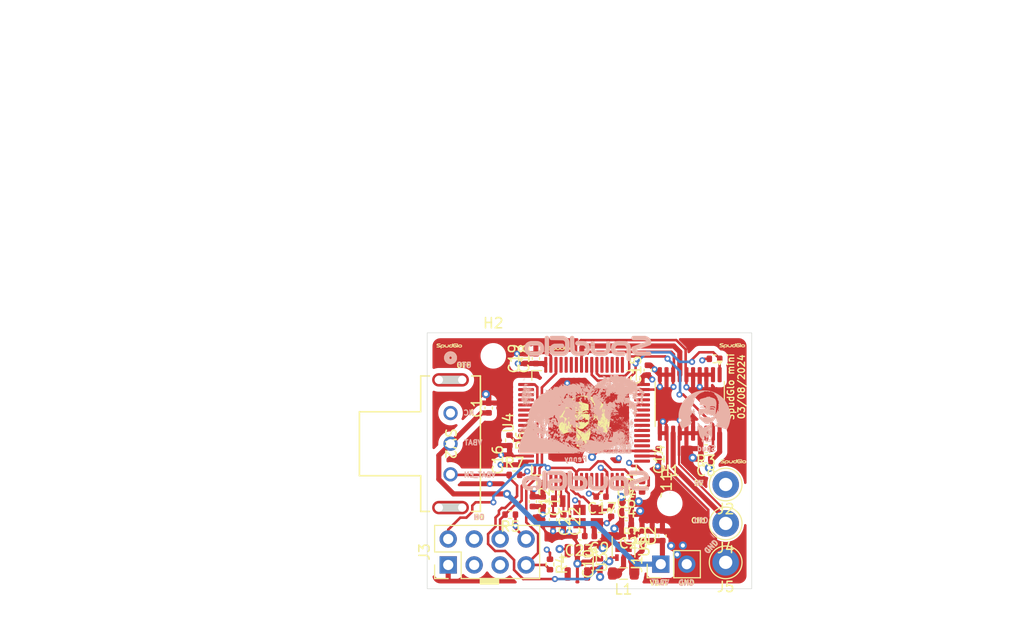
<source format=kicad_pcb>
(kicad_pcb (version 20240108) (generator "pcbnew") (generator_version "8.0")
  (layers (0 "F.Cu" signal) (1 "In1.Cu" power "GND") (2 "In2.Cu" power "PWR") (31 "B.Cu" signal) (34 "B.Paste" user) (35 "F.Paste" user) (36 "B.SilkS" user "B.Silkscreen") (37 "F.SilkS" user "F.Silkscreen") (38 "B.Mask" user) (39 "F.Mask" user) (44 "Edge.Cuts" user))
  (net 0 "")
  (net 1 "GND")
  (net 2 "/OSC48_LO")
  (net 3 "/OSC48_HI")
  (net 4 "/OSC32K_HI")
  (net 5 "/OSC32K_LO")
  (net 6 "+3V3")
  (net 7 "NRST")
  (net 8 "/BOOT0")
  (net 9 "/SWCLK")
  (net 10 "/SWDIO")
  (net 11 "/LVL_EN")
  (net 12 "/LVL_DIR")
  (net 13 "VBAT_EN")
  (net 14 "+5V")
  (net 16 "TIM1_CH1_SHIFT")
  (net 17 "TIM1_CH1")
  (net 60 "Net-(U1-IND)")
  (net 61 "VBAT")
  (net 62 "unconnected-(SW2-Pad1)")
  (footprint "LOGO" (layer "F.Cu") (at 193.128451 59.10577)
    (property "Reference" "G***" (hide yes))
    (property "Value" "LOGO" (hide yes))
  )
  (footprint "Capacitor_SMD:C_0402_1005Metric" (layer "F.Cu") (at 187.452 52.957799 90)
    (property "Reference" "C19")
    (property "Value" "1u")
  )
  (footprint "Capacitor_SMD:C_0402_1005Metric" (layer "F.Cu") (at 199.39 54.09 90)
    (property "Reference" "C15")
    (property "Value" "0.1u" (hide yes))
  )
  (footprint "Connector_PinHeader_2.54mm:PinHeader_1x02_P2.54mm_Vertical" (layer "F.Cu") (at 200.66 73.0758 90)
    (property "Reference" "J1")
    (property "Value" "Conn_01x02_Socket")
  )
  (footprint "Capacitor_SMD:C_0402_1005Metric" (layer "F.Cu") (at 197.3 68.19)
    (property "Reference" "C6")
    (property "Value" "10uF")
  )
  (footprint "Capacitor_SMD:C_0402_1005Metric" (layer "F.Cu") (at 192.74 70.33 180)
    (property "Reference" "C23")
    (property "Value" "6p")
  )
  (footprint "Connector_Pin:Pin_D1.3mm_L11.0mm" (layer "F.Cu") (at 207.01 65.278)
    (property "Reference" "J2")
    (property "Value" "Conn_01x01_Male")
  )
  (footprint "Capacitor_SMD:C_0402_1005Metric" (layer "F.Cu") (at 200.451399 62.2578 -90)
    (property "Reference" "C14")
    (property "Value" "0.1u")
  )
  (footprint "Capacitor_SMD:C_0402_1005Metric" (layer "F.Cu") (at 197.82 65.48 -90)
    (property "Reference" "C11")
    (property "Value" "0.1u")
  )
  (footprint "Resistor_SMD:R_0402_1005Metric" (layer "F.Cu") (at 189.8142 73.103199 -90)
    (property "Reference" "R4")
    (property "Value" "10k")
  )
  (footprint "Capacitor_SMD:C_0402_1005Metric" (layer "F.Cu") (at 185.8718 62.867399 90)
    (property "Reference" "C16")
    (property "Value" "0.1u")
  )
  (footprint "Resistor_SMD:R_0402_1005Metric" (layer "F.Cu") (at 186.3364 64.339599)
    (property "Reference" "R7")
    (property "Value" "100k")
  )
  (footprint "Capacitor_SMD:C_0402_1005Metric" (layer "F.Cu") (at 194.818 66.4718 180)
    (property "Reference" "C17")
    (property "Value" "4.7u")
  )
  (footprint "Resistor_SMD:R_0402_1005Metric" (layer "F.Cu") (at 205.919799 52.9844)
    (property "Reference" "R2" (hide yes))
    (property "Value" "10k")
  )
  (footprint "Capacitor_SMD:C_0402_1005Metric" (layer "F.Cu") (at 188.132401 66.951599 -90)
    (property "Reference" "C12")
    (property "Value" "0.1u")
  )
  (footprint "Package_QFP:LQFP-64_10x10mm_P0.5mm" (layer "F.Cu") (at 193.1524 59.2434 90)
    (property "Reference" "U4")
    (property "Value" "STM32L431RCTx")
  )
  (footprint "Connector_Pin:Pin_D1.3mm_L11.0mm" (layer "F.Cu") (at 207.01 69.088)
    (property "Reference" "J4")
    (property "Value" "Conn_01x01_Male")
  )
  (footprint "Capacitor_SMD:C_0402_1005Metric" (layer "F.Cu") (at 189.123001 66.956799 -90)
    (property "Reference" "C13")
    (property "Value" "0.1u")
  )
  (footprint "LOGO" (layer "F.Cu") (at 179.96 51.7)
    (property "Reference" "G***" (hide yes))
    (property "Value" "LOGO" (hide yes))
  )
  (footprint "Capacitor_SMD:C_0402_1005Metric" (layer "F.Cu") (at 194.7164 73.0276 90)
    (property "Reference" "C10")
    (property "Value" "1u")
  )
  (footprint "MountingHole:MountingHole_2mm" (layer "F.Cu") (at 201.54 67.13)
    (property "Reference" "H1")
    (property "Value" "MountingHole")
  )
  (footprint "Resistor_SMD:R_0402_1005Metric" (layer "F.Cu") (at 205.077601 61.7728 180)
    (property "Reference" "R3")
    (property "Value" "10k")
  )
  (footprint "Capacitor_SMD:C_0402_1005Metric" (layer "F.Cu") (at 197.3 67.21)
    (property "Reference" "C7")
    (property "Value" "4.7uF")
  )
  (footprint "Capacitor_SMD:C_0402_1005Metric" (layer "F.Cu") (at 183.82 57.79 90)
    (property "Reference" "C1")
    (property "Value" "4.7uF")
  )
  (footprint "Resistor_SMD:R_0402_1005Metric" (layer "F.Cu") (at 185.928 68.2244 180)
    (property "Reference" "R5")
    (property "Value" "10k")
  )
  (footprint "Resistor_SMD:R_0402_1005Metric" (layer "F.Cu") (at 198.83 65.499999 90)
    (property "Reference" "R9")
    (property "Value" "10k")
  )
  (footprint "Connector_Pin:Pin_D1.3mm_L11.0mm" (layer "F.Cu") (at 207.01 72.898)
    (property "Reference" "J5")
    (property "Value" "Conn_01x01_Male")
  )
  (footprint "Capacitor_SMD:C_0402_1005Metric" (layer "F.Cu") (at 205.0796 62.7888 180)
    (property "Reference" "C8")
    (property "Value" "0.1u")
  )
  (footprint "Capacitor_SMD:C_0402_1005Metric" (layer "F.Cu") (at 194.6376 70.3326 180)
    (property "Reference" "C9")
    (property "Value" "1u")
  )
  (footprint "Capacitor_SMD:C_0402_1005Metric" (layer "F.Cu") (at 198.83 70.3 90)
    (property "Reference" "C5")
    (property "Value" "4.7uF")
  )
  (footprint "Connector_PinHeader_2.54mm:PinHeader_2x04_P2.54mm_Vertical" (layer "F.Cu") (at 179.8574 73.152 90)
    (property "Reference" "J3")
    (property "Value" "Conn_01x08_Male")
  )
  (footprint "srw_custom:XTAL_ECS-480-8-36-RWN-TR" (layer "F.Cu") (at 193.5598 68.418599 180)
    (property "Reference" "U5" (hide yes))
    (property "Value" "ECS-480-8-36-RWN-TR")
  )
  (footprint "srw_custom:XTAL_ECS-.327-9-1210-TR" (layer "F.Cu") (at 190.627701 66.903399)
    (property "Reference" "U6" (hide yes))
    (property "Value" "ECS-.327-9-1210-TR")
  )
  (footprint "Capacitor_SMD:C_0402_1005Metric" (layer "F.Cu") (at 191.135701 68.729598 -90)
    (property "Reference" "C22")
    (property "Value" "8p")
  )
  (footprint "Resistor_SMD:R_0402_1005Metric" (layer "F.Cu") (at 185.8538 60.961399 -90)
    (property "Reference" "R6")
    (property "Value" "10k")
  )
  (footprint "LOGO" (layer "F.Cu") (at 207.65 51.68)
    (property "Reference" "G***" (hide yes))
    (property "Value" "LOGO" (hide yes))
  )
  (footprint "Package_TO_SOT_SMD:SOT-23-5" (layer "F.Cu") (at 192.5 72.8975 -90)
    (property "Reference" "U3")
    (property "Value" "LP5907MFX-3.3")
  )
  (footprint "Capacitor_SMD:C_0402_1005Metric" (layer "F.Cu") (at 190.119702 68.729599 -90)
    (property "Reference" "C21")
    (property "Value" "8p")
  )
  (footprint "srw_custom:EG1206A_EWI" (layer "F.Cu") (at 180.086 58.288601 -90)
    (property "Reference" "SW2")
    (property "Value" "EG1206A")
    (fp_line (start -3.250001 1.143) (end -3.250001 -1.143) (stroke (width 0.8128)) (layer "Edge.Cuts"))
    (fp_line (start 9.249999 1.143) (end 9.249999 -1.143) (stroke (width 0.8128)) (layer "Edge.Cuts"))
  )
  (footprint "Capacitor_SMD:C_0402_1005Metric" (layer "F.Cu") (at 199.82 70.3 90)
    (property "Reference" "C3")
    (property "Value" "4.7uF")
  )
  (footprint "Package_DFN_QFN:DFN-6-1EP_2x2mm_P0.65mm_EP1x1.6mm" (layer "F.Cu") (at 197.0157 71.3849 -90)
    (property "Reference" "U1")
    (property "Value" "~")
  )
  (footprint "LOGO" (layer "F.Cu") (at 190.84 51.95)
    (property "Reference" "G***" (hide yes))
    (property "Value" "LOGO" (hide yes))
  )
  (footprint "Capacitor_SMD:C_0402_1005Metric" (layer "F.Cu") (at 197.29 69.18)
    (property "Reference" "C4")
    (property "Value" "1uF")
  )
  (footprint "Package_SO:TSSOP-20_4.4x6.5mm_P0.65mm" (layer "F.Cu") (at 203.4938 57.3963 -90)
    (property "Reference" "U2" (hide yes))
    (property "Value" "SN74HCT245PW")
  )
  (footprint "Capacitor_SMD:C_0402_1005Metric" (layer "F.Cu") (at 195.8032 67.923599 -90)
    (property "Reference" "C20")
    (property "Value" "6p")
  )
  (footprint "Inductor_SMD:L_0805_2012Metric" (layer "F.Cu") (at 197.0024 73.9902 180)
    (property "Reference" "L1")
    (property "Value" "LQM21PN1R0MC0")
  )
  (footprint "Capacitor_SMD:C_0402_1005Metric" (layer "F.Cu") (at 188.44 52.960399 90)
    (property "Reference" "C18")
    (property "Value" "0.01u")
  )
  (footprint "LOGO" (layer "F.Cu") (at 207.760001 63.029999)
    (property "Reference" "G***" (hide yes))
    (property "Value" "LOGO" (hide yes))
  )
  (footprint "MountingHole:MountingHole_2mm" (layer "F.Cu") (at 184.27 52.69)
    (property "Reference" "H2")
    (property "Value" "MountingHole")
  )
  (footprint "Capacitor_SMD:C_0402_1005Metric" (layer "F.Cu") (at 200.819999 70.3 90)
    (property "Reference" "C2")
    (property "Value" "4.7uF")
  )
  (footprint "LOGO" (layer "B.Cu") (at 193.589077 51.802607 180)
    (property "Reference" "G***" (hide yes))
    (property "Value" "LOGO" (hide yes))
  )
  (footprint "LOGO" (layer "B.Cu") (at 193.1 58.38 180)
    (property "Reference" "G***" (hide yes))
    (property "Value" "LOGO" (hide yes))
  )
  (footprint "LOGO" (layer "B.Cu") (at 204.94 58.61 180)
    (property "Reference" "G***" (hide yes))
    (property "Value" "LOGO" (hide yes))
  )
  (footprint "LOGO" (layer "B.Cu") (at 193.36 64.99 180)
    (property "Reference" "G***" (hide yes))
    (property "Value" "LOGO" (hide yes))
  )
  (gr_rect (start 182.99 74.47) (end 184.8 75.03) (stroke (width 0.1)) (fill solid) (layer "F.SilkS"))
  (gr_rect (start 177.8 50.44) (end 209.56 75.48) (stroke (width 0.05)) (fill none) (layer "Edge.Cuts"))
  (gr_text "GND" (at 203.14 74.91 0) (layer "B.SilkS") (effects (font (size 0.5 0.5) (thickness 0.125)) (justify mirror)))
  (gr_text "VBAT_EN" (at 182.95 64.33 0) (layer "B.SilkS") (effects (font (size 0.5 0.5) (thickness 0.125)) (justify mirror)))
  (gr_text "5V" (at 204.39 65.16 -0) (layer "B.SilkS") (effects (font (size 0.5 0.5) (thickness 0.125)) (justify mirror)))
  (gr_text "VBAT" (at 182.31 61.18 0) (layer "B.SilkS") (effects (font (size 0.5 0.5) (thickness 0.125)) (justify mirror)))
  (gr_text "CH1" (at 204.55 68.79 0) (layer "B.SilkS") (effects (font (size 0.5 0.5) (thickness 0.125)) (justify mirror)))
  (gr_text "GND" (at 205.54 71.34 -135) (layer "B.SilkS") (effects (font (size 0.5 0.5) (thickness 0.125))))
  (gr_text "ON" (at 182.88 68.48 -0) (layer "B.SilkS") (effects (font (size 0.5 0.5) (thickness 0.125)) (justify mirror)))
  (gr_text "NC" (at 181.88 58.26 0) (layer "B.SilkS") (effects (font (size 0.5 0.5) (thickness 0.125)) (justify mirror)))
  (gr_text "OFF" (at 181.42 53.61 0) (layer "B.SilkS") (effects (font (size 0.5 0.5) (thickness 0.125)) (justify mirror)))
  (gr_text "Spud" (at 205.13 61.75 0) (layer "B.SilkS") (effects (font (size 0.5 0.5) (thickness 0.125)) (justify mirror)))
  (gr_text "Penny" (at 192.34 62.78 0) (layer "B.SilkS") (effects (font (size 0.5 0.5) (thickness 0.125)) (justify mirror)))
  (gr_text "VBAT" (at 200.61 74.86 0) (layer "B.SilkS") (effects (font (size 0.5 0.5) (thickness 0.125)) (justify mirror)))
  (gr_text "5V" (at 204.37 65.15 0) (layer "F.SilkS") (effects (font (size 0.5 0.5) (thickness 0.125))))
  (gr_text "VBAT" (at 200.46 74.9 0) (layer "F.SilkS") (effects (font (size 0.5 0.5) (thickness 0.125))))
  (gr_text "OFF" (at 181.39 53.6 0) (layer "F.SilkS") (effects (font (size 0.5 0.5) (thickness 0.125))))
  (gr_text "ON" (at 182.9 68.48 0) (layer "F.SilkS") (effects (font (size 0.5 0.5) (thickness 0.125))))
  (gr_text "GND" (at 203.19 74.88 0) (layer "F.SilkS") (effects (font (size 0.5 0.5) (thickness 0.125))))
  (gr_text "CH1" (at 204.4 68.8 0) (layer "F.SilkS") (effects (font (size 0.5 0.5) (thickness 0.125))))
  (gr_text "GND" (at 205.62 71.38 45) (layer "F.SilkS") (effects (font (size 0.5 0.5) (thickness 0.125))))
  (gr_text "SpudGlo mini\n03/08/2024" (at 208.03 55.72 90) (layer "F.SilkS") (effects (font (size 0.65 0.65) (thickness 0.125))))
  (segment (start 197.78 69.17) (end 197.77 69.18) (width 0.5) (layer "F.Cu") (net 1))
  (segment (start 204.567602 61.7728) (end 204.567602 60.357602) (width 0.5) (layer "F.Cu") (net 1))
  (segment (start 205.1188 60.2588) (end 204.4688 60.2588) (width 0.25) (layer "F.Cu") (net 1))
  (segment (start 206.05 70.426098) (end 206.05 71.938) (width 0.25) (layer "F.Cu") (net 1))
  (segment (start 204.4688 55.7288) (end 204.4688 54.5338) (width 0.25) (layer "F.Cu") (net 1))
  (segment (start 204.5996 62.7888) (end 203.9112 62.7888) (width 0.5) (layer "F.Cu") (net 1))
  (segment (start 201.669999 70.481734) (end 201.008265 69.82) (width 0.5) (layer "F.Cu") (net 1))
  (segment (start 185.8538 62.369399) (end 185.8718 62.387399) (width 0.25) (layer "F.Cu") (net 1))
  (segment (start 204.4688 60.2588) (end 203.8188 60.2588) (width 0.25) (layer "F.Cu") (net 1))
  (segment (start 201.8688 54.5338) (end 201.8688 53.6372) (width 0.25) (layer "F.Cu") (net 1))
  (segment (start 203.1688 55.7588) (end 203.1688 54.5338) (width 0.25) (layer "F.Cu") (net 1))
  (segment (start 205.307228 69.683326) (end 206.05 70.426098) (width 0.25) (layer "F.Cu") (net 1))
  (segment (start 205.7688 54.5338) (end 205.1188 54.5338) (width 0.25) (layer "F.Cu") (net 1))
  (segment (start 199.39 53.61) (end 199.645 53.61) (width 0.5) (layer "F.Cu") (net 1))
  (segment (start 188.4374 52.477799) (end 188.44 52.480399) (width 0.5) (layer "F.Cu") (net 1))
  (segment (start 201.713914 52.311486) (end 201.702428 52.3) (width 0.25) (layer "F.Cu") (net 1))
  (segment (start 192.709802 66.925199) (end 192.709802 67.768599) (width 0.2) (layer "F.Cu") (net 1))
  (segment (start 203.9112 62.7888) (end 203.7842 62.6618) (width 0.5) (layer "F.Cu") (net 1))
  (segment (start 198.64 67.87) (end 198.32 68.19) (width 0.5) (layer "F.Cu") (net 1))
  (segment (start 203.0938 52.065027) (end 203.0938 53.8226) (width 0.25) (layer "F.Cu") (net 1))
  (segment (start 202.5188 58.9996) (end 202.5188 60.2588) (width 0.25) (layer "F.Cu") (net 1))
  (segment (start 201.9438 52.9844) (end 201.9438 52.541372) (width 0.25) (layer "F.Cu") (net 1))
  (segment (start 190.119702 69.849799) (end 190.119701 69.209599) (width 0.2) (layer "F.Cu") (net 1))
  (segment (start 200.8632 59.1058) (end 201.2188 59.4614) (width 0.25) (layer "F.Cu") (net 1))
  (segment (start 202.4438 62.4078) (end 202.4438 63.305982) (width 0.2) (layer "F.Cu") (net 1))
  (segment (start 194.9024 64.9184) (end 194.9024 65.89591) (width 0.25) (layer "F.Cu") (net 1))
  (segment (start 200.35 63.51) (end 200.451399 63.408601) (width 0.25) (layer "F.Cu") (net 1))
  (segment (start 189.123001 67.4368) (end 188.1376 67.436799) (width 0.5) (layer "F.Cu") (net 1))
  (segment (start 197.77 69.32) (end 197.7157 69.3743) (width 0.5) (layer "F.Cu") (net 1))
  (segment (start 204.567602 60.357602) (end 204.4688 60.2588) (width 0.5) (layer "F.Cu") (net 1))
  (segment (start 192.5 73.025) (end 192.944815 73.025) (width 0.5) (layer "F.Cu") (net 1))
  (segment (start 201.669999 71.280195) (end 201.703194 71.247) (width 0.5) (layer "F.Cu") (net 1))
  (segment (start 192.842027 51.15) (end 202.178772 51.15) (width 0.25) (layer "F.Cu") (net 1))
  (segment (start 187.594665 63.999061) (end 187.254127 64.339599) (width 0.25) (layer "F.Cu") (net 1))
  (segment (start 185.8538 61.471398) (end 185.8538 62.369399) (width 0.25) (layer "F.Cu") (net 1))
  (segment (start 202.178772 51.15) (end 203.0938 52.065027) (width 0.25) (layer "F.Cu") (net 1))
  (segment (start 183.82 56.71) (end 183.82 57.31) (width 0.5) (layer "F.Cu") (net 1))
  (segment (start 198.641734 69.82) (end 198.126835 70.334899) (width 0.5) (layer "F.Cu") (net 1))
  (segment (start 198.83 69.82) (end 199.82 69.82) (width 0.5) (layer "F.Cu") (net 1))
  (segment (start 201.8688 54.5338) (end 201.2188 54.5338) (width 0.25) (layer "F.Cu") (net 1))
  (segment (start 195.370801 69.068599) (end 194.4098 69.068599) (width 0.25) (layer "F.Cu") (net 1))
  (segment (start 188.1376 67.436799) (end 188.132401 67.4316) (width 0.5) (layer "F.Cu") (net 1))
  (segment (start 191.68 69.92) (end 192.09 70.33) (width 0.25) (layer "F.Cu") (net 1))
  (segment (start 193.5134 52.3) (end 193.5134 52.4684) (width 0.25) (layer "F.Cu") (net 1))
  (segment (start 194.338 66.46031) (end 194.338 66.4718) (width 0.25) (layer "F.Cu") (net 1))
  (segment (start 201.008265 69.82) (end 200.819999 69.82) (width 0.5) (layer "F.Cu") (net 1))
  (segment (start 201.669999 71.280195) (end 201.669999 70.481734) (width 0.5) (layer "F.Cu") (net 1))
  (segment (start 185.0354 62.387399) (end 185.8718 62.387399) (width 0.25) (layer "F.Cu") (net 1))
  (segment (start 204.4688 54.5338) (end 205.1188 54.5338) (width 0.25) (layer "F.Cu") (net 1))
  (segment (start 193.6246 66.174114) (end 194.040314 66.174114) (width 0.25) (layer "F.Cu") (net 1))
  (segment (start 189.9024 53.5684) (end 189.9024 52.725635) (width 0.25) (layer "F.Cu") (net 1))
  (segment (start 201.2938 63.746972) (end 205.307228 67.7604) (width 0.25) (layer "F.Cu") (net 1))
  (segment (start 200.206999 62.4934) (end 198.8274 62.4934) (width 0.25) (layer "F.Cu") (net 1))
  (segment (start 185.9778 62.493401) (end 185.871799 62.3874) (width 0.25) (layer "F.Cu") (net 1))
  (segment (start 201.2938 60.3338) (end 201.2938 63.746972) (width 0.25) (layer "F.Cu") (net 1))
  (segment (start 188.5188 52.401599) (end 188.44 52.480399) (width 0.25) (layer "F.Cu") (net 1))
  (segment (start 195.370801 69.068599) (end 195.8032 68.6362) (width 0.25) (layer "F.Cu") (net 1))
  (segment (start 202.4438 60.5732) (end 202.4438 62.4078) (width 0.25) (layer "F.Cu") (net 1))
  (segment (start 200.5688 55.7276) (end 200.5688 54.5338) (width 0.25) (layer "F.Cu") (net 1))
  (segment (start 192.5 73.025) (end 192.5 71.76) (width 0.5) (layer "F.Cu") (net 1))
  (segment (start 200.303 55.9934) (end 200.5688 55.7276) (width 0.25) (layer "F.Cu") (net 1))
  (segment (start 202.5188 60.2588) (end 202.5188 60.4982) (width 0.25) (layer "F.Cu") (net 1))
  (segment (start 189.578364 52.401599) (end 188.5188 52.401599) (width 0.25) (layer "F.Cu") (net 1))
  (segment (start 199.82 69.82) (end 200.819999 69.82) (width 0.5) (layer "F.Cu") (net 1))
  (segment (start 198.83 69.82) (end 198.641734 69.82) (width 0.5) (layer "F.Cu") (net 1))
  (segment (start 198.32 68.19) (end 197.78 68.19) (width 0.5) (layer "F.Cu") (net 1))
  (segment (start 192.944815 73.025) (end 193.097315 72.8725) (width 0.5) (layer "F.Cu") (net 1))
  (segment (start 202.5188 60.2588) (end 203.1688 60.2588) (width 0.25) (layer "F.Cu") (net 1))
  (segment (start 201.8688 55.6918) (end 201.8688 54.5338) (width 0.25) (layer "F.Cu") (net 1))
  (segment (start 194.040314 66.174114) (end 194.338 66.4718) (width 0.25) (layer "F.Cu") (net 1))
  (segment (start 193.5734 52.3) (end 193.5134 52.3) (width 0.25) (layer "F.Cu") (net 1))
  (segment (start 203.2 73.0758) (end 202.2521 72.1279) (width 0.5) (layer "F.Cu") (net 1))
  (segment (start 200.451399 63.408601) (end 200.451399 62.7378) (width 0.25) (layer "F.Cu") (net 1))
  (segment (start 189.123 68.224199) (end 189.123001 67.4368) (width 0.5) (layer "F.Cu") (net 1))
  (segment (start 200.5688 54.5338) (end 201.2188 54.5338) (width 0.25) (layer "F.Cu") (net 1))
  (segment (start 201.703194 71.247) (end 202.819 71.247) (width 0.5) (layer "F.Cu") (net 1))
  (segment (start 201.2188 60.2588) (end 201.2938 60.3338) (width 0.25) (layer "F.Cu") (net 1))
  (segment (start 189.9024 52.725635) (end 189.578364 52.401599) (width 0.25) (layer "F.Cu") (net 1))
  (segment (start 183.55 56.44) (end 183.82 56.71) (width 0.5) (layer "F.Cu") (net 1))
  (segment (start 202.4438 63.305982) (end 206.528909 67.391091) (width 0.2) (layer "F.Cu") (net 1))
  (segment (start 200.0475 54.0125) (end 200.5688 54.5338) (width 0.5) (layer "F.Cu") (net 1))
  (segment (start 187.254127 64.339599) (end 186.8464 64.339599) (width 0.25) (layer "F.Cu") (net 1))
  (segment (start 204.5996 61.804798) (end 204.567602 61.7728) (width 0.5) (layer "F.Cu") (net 1))
  (segment (start 201.702428 52.3) (end 193.5734 52.3) (width 0.25) (layer "F.Cu") (net 1))
  (segment (start 187.452 52.477799) (end 188.4374 52.477799) (width 0.5) (layer "F.Cu") (net 1))
  (segment (start 197.9676 67.0224) (end 197.9676 66.1076) (width 0.5) (layer "F.Cu") (net 1))
  (segment (start 187.4774 62.4934) (end 185.9778 62.493401) (width 0.25) (layer "F.Cu") (net 1))
  (segment (start 197.77 69.18) (end 197.77 69.32) (width 0.5) (layer "F.Cu") (net 1))
  (segment (start 203.1688 54.5338) (end 203.8188 54.5338) (width 0.25) (layer "F.Cu") (net 1))
  (segment (start 198.21 67.21) (end 198.5 66.92) (width 0.5) (layer "F.Cu") (net 1))
  (segment (start 194.1576 69.320799) (end 194.4098 69.068599) (width 0.5) (layer "F.Cu") (net 1))
  (segment (start 197.9676 66.1076) (end 197.82 65.96) (width 0.5) (layer "F.Cu") (net 1))
  (segment (start 201.9046 55.7276) (end 201.8688 55.6918) (width 0.25) (layer "F.Cu") (net 1))
  (segment (start 202.5188 60.4982) (end 202.4438 60.5732) (width 0.25) (layer "F.Cu") (net 1))
  (segment (start 197.78 68.19) (end 197.78 69.17) (width 0.5) (layer "F.Cu") (net 1))
  (segment (start 197.78 67.21) (end 198.21 67.21) (width 0.5) (layer "F.Cu") (net 1))
  (segment (start 204.5996 62.7888) (end 204.5996 61.804798) (width 0.5) (layer "F.Cu") (net 1))
  (segment (start 192.09 70.33) (end 192.26 70.33) (width 0.25) (layer "F.Cu") (net 1))
  (segment (start 205.307228 67.7604) (end 205.307228 69.683326) (width 0.25) (layer "F.Cu") (net 1))
  (segment (start 194.177583 72.5476) (end 194.7164 72.5476) (width 0.5) (layer "F.Cu") (net 1))
  (segment (start 186.5884 52.477799) (end 187.452 52.477799) (width 0.5) (layer "F.Cu") (net 1))
  (segment (start 194.9024 65.89591) (end 194.338 66.46031) (width 0.25) (layer "F.Cu") (net 1))
  (segment (start 198.126835 70.334899) (end 197.7157 70.334899) (width 0.5) (layer "F.Cu") (net 1))
  (segment (start 199.645 53.61) (end 200.0475 54.0125) (width 0.5) (layer "F.Cu") (net 1))
  (segment (start 206.05 71.938) (end 207.01 72.898) (width 0.25) (layer "F.Cu") (net 1))
  (segment (start 193.097315 72.8725) (end 193.852683 72.8725) (width 0.5) (layer "F.Cu") (net 1))
  (segment (start 197.7157 69.3743) (end 197.7157 70.334899) (width 0.5) (layer "F.Cu") (net 1))
  (segment (start 202.819 71.247) (end 202.2521 71.8139) (width 0.5) (layer "F.Cu") (net 1))
  (segment (start 201.2188 59.4614) (end 201.2188 60.2588) (width 0.25) (layer "F.Cu") (net 1))
  (segment (start 192.3634 51.628627) (end 192.3634 52.4684) (width 0.25) (layer "F.Cu") (net 1))
  (segment (start 201.8688 53.6372) (end 201.9438 53.5622) (width 0.25) (layer "F.Cu") (net 1))
  (segment (start 197.78 67.21) (end 197.78 68.19) (width 0.5) (layer "F.Cu") (net 1))
  (segment (start 194.1576 70.3326) (end 194.1576 69.320799) (width 0.5) (layer "F.Cu") (net 1))
  (segment (start 198.8274 55.9934) (end 200.303 55.9934) (width 0.25) (layer "F.Cu") (net 1))
  (segment (start 201.9438 53.5622) (end 201.9438 52.9844) (width 0.25) (layer "F.Cu") (net 1))
  (segment (start 195.8032 68.6362) (end 195.8032 68.403599) (width 0.25) (layer "F.Cu") (net 1))
  (segment (start 192.576201 66.893198) (end 192.633602 66.950599) (width 0.2) (layer "F.Cu") (net 1))
  (segment (start 200.451399 62.7378) (end 200.206999 62.4934) (width 0.25) (layer "F.Cu") (net 1))
  (segment (start 197.78 67.21) (end 197.9676 67.0224) (width 0.5) (layer "F.Cu") (net 1))
  (segment (start 201.2188 60.2588) (end 200.5688 60.2588) (width 0.25) (layer "F.Cu") (net 1))
  (segment (start 203.8188 60.2588) (end 203.1688 60.2588) (width 0.25) (layer "F.Cu") (net 1))
  (segment (start 193.852683 72.8725) (end 194.177583 72.5476) (width 0.5) (layer "F.Cu") (net 1))
  (segment (start 202.2521 71.8139) (end 202.2521 72.1279) (width 0.5) (layer "F.Cu") (net 1))
  (segment (start 191.135701 69.7675) (end 191.135701 69.209599) (width 0.2) (layer "F.Cu") (net 1))
  (segment (start 201.9438 52.541372) (end 201.713914 52.311486) (width 0.25) (layer "F.Cu") (net 1))
  (segment (start 192.842027 51.15) (end 192.3634 51.628627) (width 0.25) (layer "F.Cu") (net 1))
  (via (at 202.5188 58.9996) (size 0.6) (drill 0.3) (layers "F.Cu" "B.Cu") (net 1))
  (via (at 200.5688 55.7276) (size 0.6) (drill 0.3) (layers "F.Cu" "B.Cu") (net 1))
  (via (at 190.119702 69.849799) (size 0.6) (drill 0.3) (layers "F.Cu" "B.Cu") (net 1))
  (via (at 198.5 66.92) (size 0.8) (drill 0.4) (layers "F.Cu" "B.Cu") (net 1))
  (via (at 189.123 68.224199) (size 0.6) (drill 0.3) (layers "F.Cu" "B.Cu") (net 1))
  (via (at 186.5884 52.477799) (size 0.6) (drill 0.3) (layers "F.Cu" "B.Cu") (net 1))
  (via (at 191.68 69.92) (size 0.6) (drill 0.3) (layers "F.Cu" "B.Cu") (net 1))
  (via (at 201.9046 55.7276) (size 0.6) (drill 0.3) (layers "F.Cu" "B.Cu") (net 1))
  (via (at 191.0026 69.900598) (size 0.6) (drill 0.3) (layers "F.Cu" "B.Cu") (net 1))
  (via (at 200.35 63.51) (size 0.6) (drill 0.3) (layers "F.Cu" "B.Cu") (net 1))
  (via (at 183.92 65.22) (size 0.6) (drill 0.3) (layers "F.Cu" "B.Cu") (net 1))
  (via (at 192.5 73.025) (size 0.8) (drill 0.4) (layers "F.Cu" "B.Cu") (net 1))
  (via (at 202.2521 72.1279) (size 0.8) (drill 0.4) (layers "F.Cu" "B.Cu") (net 1))
  (via (at 202.819 71.247) (size 0.8) (drill 0.4) (layers "F.Cu" "B.Cu") (net 1))
  (via (at 185.0354 62.387399) (size 0.6) (drill 0.3) (layers "F.Cu" "B.Cu") (net 1))
  (via (at 204.4688 55.7288) (size 0.6) (drill 0.3) (layers "F.Cu" "B.Cu") (net 1))
  (via (at 193.6246 66.174114) (size 0.6) (drill 0.3) (layers "F.Cu" "B.Cu") (net 1))
  (via (at 198.64 67.87) (size 0.8) (drill 0.4) (layers "F.Cu" "B.Cu") (net 1))
  (via (at 195.370801 69.068599) (size 0.6) (drill 0.3) (layers "F.Cu" "B.Cu") (net 1))
  (via (at 201.669999 71.280195) (size 0.8) (drill 0.4) (layers "F.Cu" "B.Cu") (net 1))
  (via (at 200.0475 54.0125) (size 0.6) (drill 0.3) (layers "F.Cu" "B.Cu") (net 1))
  (via (at 187.594665 63.999061) (size 0.6) (drill 0.3) (layers "F.Cu" "B.Cu") (net 1))
  (via (at 192.277702 66.828799) (size 0.6) (drill 0.3) (layers "F.Cu" "B.Cu") (net 1))
  (via (at 196.55 62.71) (size 0.6) (drill 0.3) (layers "F.Cu" "B.Cu") (net 1))
  (via (at 200.8632 59.1058) (size 0.6) (drill 0.3) (layers "F.Cu" "B.Cu") (net 1))
  (via (at 183.55 56.44) (size 0.8) (drill 0.4) (layers "F.Cu" "B.Cu") (net 1))
  (via (at 191.5 55.37) (size 0.6) (drill 0.3) (layers "F.Cu" "B.Cu") (net 1))
  (via (at 203.1688 55.7588) (size 0.6) (drill 0.3) (layers "F.Cu" "B.Cu") (net 1))
  (via (at 203.7842 62.6618) (size 0.8) (drill 0.4) (layers "F.Cu" "B.Cu") (net 1))
  (segment (start 192.832986 66.500199) (end 193.0668 66.500199) (width 0.25) (layer "F.Cu") (net 2))
  (segment (start 194.4098 67.768599) (end 195.4782 67.768599) (width 0.25) (layer "F.Cu") (net 2))
  (segment (start 191.902401 64.9184) (end 191.902401 65.781702) (width 0.25) (layer "F.Cu") (net 2))
  (segment (start 195.4782 67.768599) (end 195.8032 67.443599) (width 0.25) (layer "F.Cu") (net 2))
  (segment (start 192.536586 66.203799) (end 192.832986 66.500199) (width 0.25) (layer "F.Cu") (net 2))
  (segment (start 193.0668 66.500199) (end 194.3352 67.768599) (width 0.25) (layer "F.Cu") (net 2))
  (segment (start 192.324498 66.203799) (end 192.536586 66.203799) (width 0.25) (layer "F.Cu") (net 2))
  (segment (start 194.3352 67.768599) (end 194.4098 67.768599) (width 0.25) (layer "F.Cu") (net 2))
  (segment (start 191.902401 65.781702) (end 192.324498 66.203799) (width 0.25) (layer "F.Cu") (net 2))
  (segment (start 191.652702 67.795109) (end 191.770701 67.913108) (width 0.25) (layer "F.Cu") (net 3))
  (segment (start 192.181 69.068599) (end 192.7098 69.068599) (width 0.25) (layer "F.Cu") (net 3))
  (segment (start 191.652702 66.168399) (end 191.652702 67.795109) (width 0.25) (layer "F.Cu") (net 3))
  (segment (start 191.770701 67.913108) (end 191.770701 68.6583) (width 0.25) (layer "F.Cu") (net 3))
  (segment (start 191.4024 64.9184) (end 191.4024 65.918097) (width 0.25) (layer "F.Cu") (net 3))
  (segment (start 191.4024 65.918097) (end 191.652702 66.168399) (width 0.25) (layer "F.Cu") (net 3))
  (segment (start 191.770701 68.6583) (end 192.181 69.068599) (width 0.25) (layer "F.Cu") (net 3))
  (segment (start 193.22 69.578799) (end 192.7098 69.068599) (width 0.25) (layer "F.Cu") (net 3))
  (segment (start 193.22 70.33) (end 193.22 69.578799) (width 0.25) (layer "F.Cu") (net 3))
  (segment (start 190.4024 66.716199) (end 190.2152 66.9034) (width 0.2) (layer "F.Cu") (net 4))
  (segment (start 189.925 68.289798) (end 190.058101 68.1567) (width 0.2) (layer "F.Cu") (net 4))
  (segment (start 190.119701 68.249599) (end 190.119701 66.998899) (width 0.2) (layer "F.Cu") (net 4))
  (segment (start 190.119701 66.998899) (end 190.2152 66.9034) (width 0.2) (layer "F.Cu") (net 4))
  (segment (start 190.4024 64.918399) (end 190.4024 66.716199) (width 0.2) (layer "F.Cu") (net 4))
  (segment (start 191.135701 68.249599) (end 191.135702 66.998898) (width 0.2) (layer "F.Cu") (net 5))
  (segment (start 190.902402 64.918399) (end 190.902402 66.765598) (width 0.2) (layer "F.Cu") (net 5))
  (segment (start 191.135702 66.998898) (end 191.040203 66.903399) (width 0.2) (layer "F.Cu") (net 5))
  (segment (start 190.902402 66.765598) (end 191.040203 66.903399) (width 0.2) (layer "F.Cu") (net 5))
  (segment (start 199.475 64.593399) (end 199.475 65.364998) (width 0.25) (layer "F.Cu") (net 6))
  (segment (start 188.132401 66.471599) (end 188.132401 65.877599) (width 0.5) (layer "F.Cu") (net 6))
  (segment (start 188.1324 66.471601) (end 189.1178 66.471601) (width 0.5) (layer "F.Cu") (net 6))
  (segment (start 195.4024 64.075636) (end 195.4024 64.9184) (width 0.25) (layer "F.Cu") (net 6))
  (segment (start 186.6698 53.437799) (end 187.452 53.437799) (width 0.5) (layer "F.Cu") (net 6))
  (segment (start 189.1178 66.471601) (end 189.122999 66.4768) (width 0.5) (layer "F.Cu") (net 6))
  (segment (start 198.35 63.468399) (end 199.475 64.593399) (width 0.25) (layer "F.Cu") (net 6))
  (segment (start 194.964555 63.8184) (end 195.145164 63.8184) (width 0.25) (layer "F.Cu") (net 6))
  (segment (start 194.7164 73.5076) (end 194.7164 74.3204) (width 0.5) (layer "F.Cu") (net 6))
  (segment (start 185.8718 63.347399) (end 187.223399 63.3474) (width 0.5) (layer "F.Cu") (net 6))
  (segment (start 189.3024 53.468399) (end 189.3024 53.5684) (width 0.5) (layer "F.Cu") (net 6))
  (segment (start 188.4374 53.437799) (end 188.44 53.440399) (width 0.5) (layer "F.Cu") (net 6))
  (segment (start 200.451399 61.7778) (end 200.235799 61.9934) (width 0.25) (layer "F.Cu") (net 6))
  (segment (start 197.867699 63.468399) (end 198.35 63.468399) (width 0.25) (layer "F.Cu") (net 6))
  (segment (start 199.475 65.364998) (end 198.83 66.009998) (width 0.25) (layer "F.Cu") (net 6))
  (segment (start 199.080001 54.57) (end 198.8274 54.822601) (width 0.5) (layer "F.Cu") (net 6))
  (segment (start 189.123 65.0978) (end 189.3024 64.9184) (width 0.5) (layer "F.Cu") (net 6))
  (segment (start 195.298 66.4718) (end 195.4024 66.3674) (width 0.25) (layer "F.Cu") (net 6))
  (segment (start 194.6515 73.5725) (end 194.7164 73.5076) (width 0.5) (layer "F.Cu") (net 6))
  (segment (start 204.8656 52.9844) (end 204.72 53.13) (width 0.25) (layer "F.Cu") (net 6))
  (segment (start 198.8274 54.822601) (end 198.8274 55.3934) (width 0.5) (layer "F.Cu") (net 6))
  (segment (start 186.437999 69.572599) (end 187.4774 70.612) (width 0.25) (layer "F.Cu") (net 6))
  (segment (start 189.8142 71.9642) (end 189.8142 72.5932) (width 0.25) (layer "F.Cu") (net 6))
  (segment (start 195.145164 63.8184) (end 195.4024 64.075636) (width 0.25) (layer "F.Cu") (net 6))
  (segment (start 184.9866 63.347399) (end 185.8718 63.347399) (width 0.5) (layer "F.Cu") (net 6))
  (segment (start 193.449999 74.035) (end 193.912499 73.5725) (width 0.5) (layer "F.Cu") (net 6))
  (segment (start 205.4098 52.9844) (end 204.8656 52.9844) (width 0.25) (layer "F.Cu") (net 6))
  (segment (start 189.505 71.655) (end 189.8142 71.9642) (width 0.25) (layer "F.Cu") (net 6))
  (segment (start 189.122999 66.4768) (end 189.123 65.0978) (width 0.5) (layer "F.Cu") (net 6))
  (segment (start 186.437999 68.2244) (end 186.437999 69.33) (width 0.25) (layer "F.Cu") (net 6))
  (segment (start 188.132401 65.877599) (end 188.29 65.72) (width 0.5) (layer "F.Cu") (net 6))
  (segment (start 193.493392 73.991607) (end 193.449999 74.035) (width 0.5) (layer "F.Cu") (net 6))
  (segment (start 193.930702 62.583993) (end 194.521295 61.9934) (width 0.25) (layer "F.Cu") (net 6))
  (segment (start 193.912499 73.5725) (end 194.6515 73.5725) (width 0.5) (layer "F.Cu") (net 6))
  (segment (start 194.790431 63.644276) (end 194.964555 63.8184) (width 0.25) (layer "F.Cu") (net 6))
  (segment (start 197.559594 63.160294) (end 197.867699 63.468399) (width 0.25) (layer "F.Cu") (net 6))
  (segment (start 195.4024 66.3674) (end 195.4024 64.9184) (width 0.25) (layer "F.Cu") (net 6))
  (segment (start 188.44 53.440399) (end 189.2744 53.440399) (width 0.5) (layer "F.Cu") (net 6))
  (segment (start 194.521295 61.9934) (end 198.8274 61.9934) (width 0.25) (layer "F.Cu") (net 6))
  (segment (start 187.452 53.437799) (end 188.4374 53.437799) (width 0.5) (layer "F.Cu") (net 6))
  (segment (start 200.235799 61.9934) (end 198.8274 61.9934) (width 0.25) (layer "F.Cu") (net 6))
  (segment (start 189.2744 53.440399) (end 189.3024 53.468399) (width 0.5) (layer "F.Cu") (net 6))
  (segment (start 199.39 54.57) (end 199.080001 54.57) (width 0.5) (layer "F.Cu") (net 6))
  (segment (start 187.223399 63.3474) (end 187.4774 63.093399) (width 0.5) (layer "F.Cu") (net 6))
  (segment (start 186.437999 69.33) (end 186.437999 69.572599) (width 0.25) (layer "F.Cu") (net 6))
  (segment (start 199.39 54.57) (end 199.825 55.005) (width 0.5) (layer "F.Cu") (net 6))
  (via (at 193.930702 62.583993) (size 0.8) (drill 0.4) (layers "F.Cu" "B.Cu") (net 6))
  (via (at 199.825 55.005) (size 0.6) (drill 0.3) (layers "F.Cu" "B.Cu") (net 6))
  (via (at 188.29 65.72) (size 0.6) (drill 0.3) (layers "F.Cu" "B.Cu") (net 6))
  (via (at 184.9866 63.347399) (size 0.6) (drill 0.3) (layers "F.Cu" "B.Cu") (net 6))
  (via (at 197.559594 63.160294) (size 0.6) (drill 0.3) (layers "F.Cu" "B.Cu") (net 6))
  (via (at 186.6698 53.437799) (size 0.6) (drill 0.3) (layers "F.Cu" "B.Cu") (net 6))
  (via (at 194.790431 63.644276) (size 0.6) (drill 0.3) (layers "F.Cu" "B.Cu") (net 6))
  (via (at 186.437999 69.33) (size 0.6) (drill 0.3) (layers "F.Cu" "B.Cu") (net 6))
  (via (at 204.72 53.13) (size 0.6) (drill 0.3) (layers "F.Cu" "B.Cu") (net 6))
  (via (at 189.505 71.655) (size 0.6) (drill 0.3) (layers "F.Cu" "B.Cu") (net 6))
  (via (at 194.7164 74.3204) (size 0.8) (drill 0.4) (layers "F.Cu" "B.Cu") (net 6))
  (segment (start 181.637166 68.524) (end 181.036 68.524) (width 0.25) (layer "F.Cu") (net 7))
  (segment (start 192.659636 63.8184) (end 192.4024 64.075636) (width 0.25) (layer "F.Cu") (net 7))
  (segment (start 197.82 65) (end 197.82 64.493237) (width 0.25) (layer "F.Cu") (net 7))
  (segment (start 192.4024 64.075636) (end 192.4024 64.9184) (width 0.25) (layer "F.Cu") (net 7))
  (segment (start 197.82 64.493237) (end 197.145163 63.8184) (width 0.25) (layer "F.Cu") (net 7))
  (segment (start 192.4024 64.075635) (end 192.4024 64.9184) (width 0.25) (layer "F.Cu") (net 7))
  (segment (start 194.520724 63.019276) (end 193.7216 63.8184) (width 0.25) (layer "F.Cu") (net 7))
  (segment (start 198.83 64.99) (end 197.83 64.99) (width 0.25) (layer "F.Cu") (net 7))
  (segment (start 182.2144 67.946766) (end 181.637166 68.524) (width 0.25) (layer "F.Cu") (net 7))
  (segment (start 189.615662 63.659777) (end 191.986542 63.659777) (width 0.25) (layer "F.Cu") (net 7))
  (segment (start 181.036 68.524) (end 179.8574 69.7026) (width 0.25) (layer "F.Cu") (net 7))
  (segment (start 197.83 64.99) (end 197.82 65) (width 0.25) (layer "F.Cu") (net 7))
  (segment (start 195.848439 63.8184) (end 195.049315 63.019276) (width 0.25) (layer "F.Cu") (net 7))
  (segment (start 195.049315 63.019276) (end 194.520724 63.019276) (width 0.25) (layer "F.Cu") (net 7))
  (segment (start 182.54 67.02) (end 182.2144 67.3456) (width 0.25) (layer "F.Cu") (net 7))
  (segment (start 184.28 67.02) (end 182.54 67.02) (width 0.25) (layer "F.Cu") (net 7))
  (segment (start 182.2144 67.3456) (end 182.2144 67.946766) (width 0.25) (layer "F.Cu") (net 7))
  (segment (start 191.986542 63.659777) (end 192.4024 64.075635) (width 0.25) (layer "F.Cu") (net 7))
  (segment (start 197.145163 63.8184) (end 195.848439 63.8184) (width 0.25) (layer "F.Cu") (net 7))
  (segment (start 179.8574 69.7026) (end 179.8574 70.612) (width 0.25) (layer "F.Cu") (net 7))
  (segment (start 193.7216 63.8184) (end 192.659636 63.8184) (width 0.25) (layer "F.Cu") (net 7))
  (via (at 189.615662 63.659777) (size 0.6) (drill 0.3) (layers "F.Cu" "B.Cu") (net 7))
  (via (at 184.28 67.02) (size 0.6) (drill 0.3) (layers "F.Cu" "B.Cu") (net 7))
  (segment (start 184.28 66.429842) (end 184.28 67.02) (width 0.25) (layer "B.Cu") (net 7))
  (segment (start 189.329946 63.374061) (end 187.335781 63.374061) (width 0.25) (layer "B.Cu") (net 7))
  (segment (start 189.615662 63.659777) (end 189.329946 63.374061) (width 0.25) (layer "B.Cu") (net 7))
  (segment (start 187.335781 63.374061) (end 184.28 66.429842) (width 0.25) (layer "B.Cu") (net 7))
  (segment (start 186.3958 60.9934) (end 185.8538 60.4514) (width 0.25) (layer "F.Cu") (net 8))
  (segment (start 187.4774 60.9934) (end 186.3958 60.9934) (width 0.25) (layer "F.Cu") (net 8))
  (segment (start 187.4774 55.493401) (end 188.320165 55.493401) (width 0.25) (layer "F.Cu") (net 9))
  (segment (start 188.5774 63.2636) (end 188.341 63.5) (width 0.25) (layer "F.Cu") (net 9))
  (segment (start 187.047401 65.430209) (end 187.047401 66.852599) (width 0.25) (layer "F.Cu") (net 9))
  (segment (start 184.9374 68.705001) (end 185.418001 68.2244) (width 0.25) (layer "F.Cu") (net 9))
  (segment (start 186.6 67.3) (end 186.342401 67.3) (width 0.25) (layer "F.Cu") (net 9))
  (segment (start 187.047401 66.852599) (end 186.6 67.3) (width 0.25) (layer "F.Cu") (net 9))
  (segment (start 188.341 63.5) (end 188.341 64.13661) (width 0.25) (layer "F.Cu") (net 9))
  (segment (start 188.341 64.13661) (end 187.047401 65.430209) (width 0.25) (layer "F.Cu") (net 9))
  (segment (start 184.9374 70.612) (end 184.9374 68.705001) (width 0.25) (layer "F.Cu") (net 9))
  (segment (start 188.320165 55.493401) (end 188.5774 55.750636) (width 0.25) (layer "F.Cu") (net 9))
  (segment (start 186.342401 67.3) (end 185.418001 68.2244) (width 0.25) (layer "F.Cu") (net 9))
  (segment (start 188.5774 55.750636) (end 188.5774 63.2636) (width 0.25) (layer "F.Cu") (net 9))
  (segment (start 189.0274 63.449996) (end 188.791 63.686396) (width 0.25) (layer "F.Cu") (net 10))
  (segment (start 188.791 64.323006) (end 187.497401 65.616605) (width 0.25) (layer "F.Cu") (net 10))
  (segment (start 189.353002 73.152) (end 189.8142 73.613198) (width 0.25) (layer "F.Cu") (net 10))
  (segment (start 189.0274 55.786164) (end 189.0274 63.449996) (width 0.25) (layer "F.Cu") (net 10))
  (segment (start 187.4774 73.152) (end 189.353002 73.152) (width 0.25) (layer "F.Cu") (net 10))
  (segment (start 188.791 63.686396) (end 188.791 64.323006) (width 0.25) (layer "F.Cu") (net 10))
  (segment (start 190.4024 54.411164) (end 189.0274 55.786164) (width 0.25) (layer "F.Cu") (net 10))
  (segment (start 190.4024 53.5684) (end 190.4024 54.411164) (width 0.25) (layer "F.Cu") (net 10))
  (segment (start 187.497401 68.9703) (end 188.6524 70.125299) (width 0.25) (layer "F.Cu") (net 10))
  (segment (start 188.6524 71.977) (end 187.4774 73.152) (width 0.25) (layer "F.Cu") (net 10))
  (segment (start 187.497401 65.616605) (end 187.497401 68.9703) (width 0.25) (layer "F.Cu") (net 10))
  (segment (start 188.6524 70.125299) (end 188.6524 71.977) (width 0.25) (layer "F.Cu") (net 10))
  (segment (start 197.57 52.89) (end 197.57 54.243563) (width 0.25) (layer "F.Cu") (net 11))
  (segment (start 201.3188 52.97) (end 201.0988 52.75) (width 0.25) (layer "F.Cu") (net 11))
  (segment (start 205.7688 61.5916) (end 205.7688 60.2588) (width 0.25) (layer "F.Cu") (net 11))
  (segment (start 197.145163 54.6684) (end 194.659636 54.6684) (width 0.25) (layer "F.Cu") (net 11))
  (segment (start 205.7688 60.2588) (end 205.7688 59.3988) (width 0.25) (layer "F.Cu") (net 11))
  (segment (start 194.659636 54.6684) (end 194.402399 54.411163) (width 0.25) (layer "F.Cu") (net 11))
  (segment (start 202.85 56.48) (end 202.49 56.48) (width 0.25) (layer "F.Cu") (net 11))
  (segment (start 197.57 54.243563) (end 197.145163 54.6684) (width 0.25) (layer "F.Cu") (net 11))
  (segment (start 201.0988 52.75) (end 197.71 52.75) (width 0.25) (layer "F.Cu") (net 11))
  (segment (start 205.5876 61.7728) (end 205.7688 61.5916) (width 0.25) (layer "F.Cu") (net 11))
  (segment (start 194.402399 54.411163) (end 194.402399 53.5684) (width 0.25) (layer "F.Cu") (net 11))
  (segment (start 205.7688 59.3988) (end 202.85 56.48) (width 0.25) (layer "F.Cu") (net 11))
  (segment (start 197.71 52.75) (end 197.57 52.89) (width 0.25) (layer "F.Cu") (net 11))
  (via (at 202.49 56.48) (size 0.6) (drill 0.3) (layers "F.Cu" "B.Cu") (net 11))
  (via (at 201.3188 52.97) (size 0.6) (drill 0.3) (layers "F.Cu" "B.Cu") (net 11))
  (segment (start 202.5438 54.195) (end 201.3188 52.97) (width 0.25) (layer "B.Cu") (net 11))
  (segment (start 202.5438 56.4262) (end 202.5438 54.195) (width 0.25) (layer "B.Cu") (net 11))
  (segment (start 202.49 56.48) (end 202.5438 56.4262) (width 0.25) (layer "B.Cu") (net 11))
  (segment (start 206.4188 54.5338) (end 206.4188 52.995398) (width 0.25) (layer "F.Cu") (net 12))
  (segment (start 198.195 54.254959) (end 197.331559 55.1184) (width 0.25) (layer "F.Cu") (net 12))
  (segment (start 205.784798 52.3394) (end 206.429798 52.9844) (width 0.25) (layer "F.Cu") (net 12))
  (segment (start 203.7188 53.28) (end 203.7188 53.0512) (width 0.25) (layer "F.Cu") (net 12))
  (segment (start 203.7188 53.0512) (end 204.4306 52.3394) (width 0.25) (layer "F.Cu") (net 12))
  (segment (start 198.195 53.450168) (end 198.195 54.254959) (width 0.25) (layer "F.Cu") (net 12))
  (segment (start 204.4306 52.3394) (end 205.784798 52.3394) (width 0.25) (layer "F.Cu") (net 12))
  (segment (start 194.47324 55.1184) (end 193.9024 54.54756) (width 0.25) (layer "F.Cu") (net 12))
  (segment (start 197.331559 55.1184) (end 194.47324 55.1184) (width 0.25) (layer "F.Cu") (net 12))
  (segment (start 206.4188 52.995398) (end 206.429798 52.9844) (width 0.25) (layer "F.Cu") (net 12))
  (segment (start 193.9024 54.54756) (end 193.9024 53.5684) (width 0.25) (layer "F.Cu") (net 12))
  (via (at 198.195 53.450168) (size 0.6) (drill 0.3) (layers "F.Cu" "B.Cu") (net 12))
  (via (at 203.7188 53.28) (size 0.6) (drill 0.3) (layers "F.Cu" "B.Cu") (net 12))
  (segment (start 199.300168 52.345) (end 198.195 53.450168) (width 0.25) (layer "B.Cu") (net 12))
  (segment (start 201.577684 52.345) (end 199.300168 52.345) (width 0.25) (layer "B.Cu") (net 12))
  (segment (start 202.512684 53.28) (end 201.577684 52.345) (width 0.25) (layer "B.Cu") (net 12))
  (segment (start 203.7188 53.28) (end 202.512684 53.28) (width 0.25) (layer "B.Cu") (net 12))
  (segment (start 184.450699 71.787) (end 185.424101 71.787) (width 0.25) (layer "F.Cu") (net 13))
  (segment (start 184.4874 68.518605) (end 184.4874 69.400299) (width 0.25) (layer "F.Cu") (net 13))
  (segment (start 195.618819 72.796471) (end 195.618819 72.554381) (width 0.25) (layer "F.Cu") (net 13))
  (segment (start 195.618819 72.554381) (end 195.738299 72.434901) (width 0.25) (layer "F.Cu") (net 13))
  (segment (start 185.8264 64.339599) (end 185.8264 64.6164) (width 0.25) (layer "F.Cu") (net 13))
  (segment (start 185.426605 67.5794) (end 185.088721 67.5794) (width 0.25) (layer "F.Cu") (net 13))
  (segment (start 185.8264 64.6164) (end 186.597401 65.387401) (width 0.25) (layer "F.Cu") (net 13))
  (segment (start 187.193699 74.53) (end 190.3 74.53) (width 0.25) (layer "F.Cu") (net 13))
  (segment (start 185.424101 71.787) (end 186.3024 72.665299) (width 0.25) (layer "F.Cu") (net 13))
  (segment (start 184.4874 69.400299) (end 183.7624 70.125299) (width 0.25) (layer "F.Cu") (net 13))
  (segment (start 183.7624 71.098701) (end 184.450699 71.787) (width 0.25) (layer "F.Cu") (net 13))
  (segment (start 186.597401 65.387401) (end 186.597401 66.408604) (width 0.25) (layer "F.Cu") (net 13))
  (segment (start 186.3024 73.638701) (end 187.193699 74.53) (width 0.25) (layer "F.Cu") (net 13))
  (segment (start 185.8264 64.339599) (end 180.137 64.339599) (width 0.25) (layer "F.Cu") (net 13))
  (segment (start 186.3024 72.665299) (end 186.3024 73.638701) (width 0.25) (layer "F.Cu") (net 13))
  (segment (start 185.088721 67.5794) (end 184.823001 67.84512) (width 0.25) (layer "F.Cu") (net 13))
  (segment (start 184.823001 68.183004) (end 184.4874 68.518605) (width 0.25) (layer "F.Cu") (net 13))
  (segment (start 186.597401 66.408604) (end 185.426605 67.5794) (width 0.25) (layer "F.Cu") (net 13))
  (segment (start 180.137 64.339599) (end 180.086 64.288599) (width 0.25) (layer "F.Cu") (net 13))
  (segment (start 195.738299 72.434901) (end 196.3657 72.434901) (width 0.25) (layer "F.Cu") (net 13))
  (segment (start 184.823001 67.84512) (end 184.823001 68.183004) (width 0.25) (layer "F.Cu") (net 13))
  (segment (start 183.7624 70.125299) (end 183.7624 71.098701) (width 0.25) (layer "F.Cu") (net 13))
  (via (at 190.3 74.53) (size 0.6) (drill 0.3) (layers "F.Cu" "B.Cu") (net 13))
  (via (at 195.618819 72.796471) (size 0.8) (drill 0.4) (layers "F.Cu" "B.Cu") (net 13))
  (segment (start 190.3 74.53) (end 193.481495 74.53) (width 0.25) (layer "B.Cu") (net 13))
  (segment (start 193.481495 74.53) (end 195.215024 72.796471) (width 0.25) (layer "B.Cu") (net 13))
  (segment (start 195.215024 72.796471) (end 195.618819 72.796471) (width 0.25) (layer "B.Cu") (net 13))
  (segment (start 191.380001 71.59) (end 191.550001 71.76) (width 0.25) (layer "F.Cu") (net 14))
  (segment (start 196.7992 66.4972) (end 196.977 66.675) (width 0.5) (layer "F.Cu") (net 14))
  (segment (start 205.375 63.655) (end 205.5596 63.4704) (width 0.5) (layer "F.Cu") (net 14))
  (segment (start 196.977 66.675) (end 196.977 67.053) (width 0.5) (layer "F.Cu") (net 14))
  (segment (start 196.82 69.17) (end 196.81 69.18) (width 0.5) (layer "F.Cu") (net 14))
  (segment (start 196.118799 69.593155) (end 196.82 68.891954) (width 0.5) (layer "F.Cu") (net 14))
  (segment (start 193.449999 71.548201) (end 193.9056 71.0926) (width 0.5) (layer "F.Cu") (net 14))
  (segment (start 195.6407 70.865366) (end 195.6407 70.3099) (width 0.75) (layer "F.Cu") (net 14))
  (segment (start 196.977 67.053) (end 196.82 67.21) (width 0.5) (layer "F.Cu") (net 14))
  (segment (start 195.6407 70.3099) (end 196.3657 70.3099) (width 0.75) (layer "F.Cu") (net 14))
  (segment (start 194.979666 71.5264) (end 195.6407 70.865366) (width 0.75) (layer "F.Cu") (net 14))
  (segment (start 195.1176 70.3326) (end 195.2199 70.4349) (width 0.5) (layer "F.Cu") (net 14))
  (segment (start 205.5596 63.4704) (end 205.5596 62.7888) (width 0.5) (layer "F.Cu") (net 14))
  (segment (start 205.722656 62.7888) (end 205.5596 62.7888) (width 0.5) (layer "F.Cu") (net 14))
  (segment (start 194.979666 71.5264) (end 194.634254 71.180988) (width 0.75) (layer "F.Cu") (net 14))
  (segment (start 197.0157 70.3349) (end 196.365701 70.3349) (width 0.5) (layer "F.Cu") (net 14))
  (segment (start 194.545866 71.0926) (end 195.1176 70.520866) (width 0.5) (layer "F.Cu") (net 14))
  (segment (start 196.5043 70.4349) (end 196.81 70.1292) (width 0.5) (layer "F.Cu") (net 14))
  (segment (start 196.82 68.19) (end 196.82 69.17) (width 0.5) (layer "F.Cu") (net 14))
  (segment (start 206.4188 60.2588) (end 206.4188 62.092656) (width 0.5) (layer "F.Cu") (net 14))
  (segment (start 196.81 70.1292) (end 197.0157 70.3349) (width 0.5) (layer "F.Cu") (net 14))
  (segment (start 193.9056 71.0926) (end 194.545866 71.0926) (width 0.5) (layer "F.Cu") (net 14))
  (segment (start 196.81 69.18) (end 196.81 70.1292) (width 0.5) (layer "F.Cu") (net 14))
  (segment (start 190.76 71.59) (end 191.380001 71.59) (width 0.25) (layer "F.Cu") (net 14))
  (segment (start 196.82 67.21) (end 196.82 68.19) (width 0.5) (layer "F.Cu") (net 14))
  (segment (start 193.449999 71.76) (end 193.449999 71.548201) (width 0.5) (layer "F.Cu") (net 14))
  (segment (start 195.1176 70.520866) (end 195.1176 70.3326) (width 0.5) (layer "F.Cu") (net 14))
  (segment (start 196.82 68.891954) (end 196.82 68.19) (width 0.5) (layer "F.Cu") (net 14))
  (segment (start 196.365701 70.3349) (end 196.3657 70.334899) (width 0.5) (layer "F.Cu") (net 14))
  (segment (start 195.2199 70.4349) (end 196.5043 70.4349) (width 0.5) (layer "F.Cu") (net 14))
  (segment (start 206.4188 62.092656) (end 205.722656 62.7888) (width 0.5) (layer "F.Cu") (net 14))
  (via (at 194.979666 71.5264) (size 0.8) (drill 0.4) (layers "F.Cu" "B.Cu") (net 14))
  (via (at 196.118799 69.593155) (size 0.8) (drill 0.4) (layers "F.Cu" "B.Cu") (net 14))
  (via (at 190.76 71.59) (size 0.8) (drill 0.4) (layers "F.Cu" "B.Cu") (net 14))
  (via (at 196.7992 66.4972) (size 0.8) (drill 0.4) (layers "F.Cu" "B.Cu") (net 14))
  (via (at 205.375 63.655) (size 0.8) (drill 0.4) (layers "F.Cu" "B.Cu") (net 14))
  (segment (start 201.8688 60.2588) (end 201.8688 63.5088) (width 0.5) (layer "F.Cu") (net 16))
  (segment (start 207.01 68.65) (end 207.01 69.088) (width 0.5) (layer "F.Cu") (net 16))
  (segment (start 201.8688 63.5088) (end 207.01 68.65) (width 0.5) (layer "F.Cu") (net 16))
  (segment (start 201.9406 51.725) (end 193.0802 51.725) (width 0.5) (layer "F.Cu") (net 17))
  (segment (start 192.9384 51.8668) (end 192.9384 52.512858) (width 0.5) (layer "F.Cu") (net 17))
  (segment (start 192.9024 53.5684) (end 192.9024 52.548858) (width 0.25) (layer "F.Cu") (net 17))
  (segment (start 192.9024 52.548858) (end 192.9384 52.512858) (width 0.25) (layer "F.Cu") (net 17))
  (segment (start 193.0802 51.725) (end 192.9384 51.8668) (width 0.5) (layer "F.Cu") (net 17))
  (segment (start 202.5188 54.5338) (end 202.5188 52.3032) (width 0.5) (layer "F.Cu") (net 17))
  (segment (start 202.5188 52.3032) (end 201.9406 51.725) (width 0.5) (layer "F.Cu") (net 17))
  (segment (start 195.9399 73.9902) (end 196.377399 73.9902) (width 1) (layer "F.Cu") (net 60))
  (segment (start 197.0157 73.351899) (end 196.377399 73.9902) (width 0.5) (layer "F.Cu") (net 60))
  (segment (start 197.0157 72.4349) (end 197.0157 73.351899) (width 0.5) (layer "F.Cu") (net 60))
  (segment (start 198.165699 72.434901) (end 197.7157 72.434901) (width 0.5) (layer "F.Cu") (net 61))
  (segment (start 198.83 70.78) (end 198.83 71.7706) (width 0.5) (layer "F.Cu") (net 61))
  (segment (start 180.373176 66.2) (end 185.61 66.2) (width 0.5) (layer "F.Cu") (net 61))
  (segment (start 198.0649 72.834101) (end 197.9657 72.734901) (width 1) (layer "F.Cu") (net 61))
  (segment (start 178.9375 62.4371) (end 180.086 61.2886) (width 0.5) (layer "F.Cu") (net 61))
  (segment (start 200.819999 72.915801) (end 200.66 73.0758) (width 0.5) (layer "F.Cu") (net 61))
  (segment (start 198.0649 73.9902) (end 198.0649 72.834101) (width 1) (layer "F.Cu") (net 61))
  (segment (start 183.82 58.27) (end 183.1046 58.27) (width 0.5) (layer "F.Cu") (net 61))
  (segment (start 178.9375 64.764324) (end 178.9375 62.4371) (width 0.5) (layer "F.Cu") (net 61))
  (segment (start 178.9375 64.764324) (end 180.373176 66.2) (width 0.5) (layer "F.Cu") (net 61))
  (segment (start 200.819999 70.78) (end 199.82 70.78) (width 0.5) (layer "F.Cu") (net 61))
  (segment (start 198.83 71.7706) (end 198.165699 72.434901) (width 0.5) (layer "F.Cu") (net 61))
  (segment (start 198.83 70.78) (end 199.82 70.78) (width 0.5) (layer "F.Cu") (net 61))
  (segment (start 200.819999 70.78) (end 200.819999 72.915801) (width 0.5) (layer "F.Cu") (net 61))
  (segment (start 183.1046 58.27) (end 180.086 61.2886) (width 0.5) (layer "F.Cu") (net 61))
  (via (at 185.61 66.2) (size 0.8) (drill 0.4) (layers "F.Cu" "B.Cu") (net 61))
  (segment (start 198.254941 73.0758) (end 200.66 73.0758) (width 0.5) (layer "B.Cu") (net 61))
  (segment (start 194.27894 69.099799) (end 198.254941 73.0758) (width 0.5) (layer "B.Cu") (net 61))
  (segment (start 185.61 66.2) (end 188.509799 69.099799) (width 0.5) (layer "B.Cu") (net 61))
  (segment (start 188.509799 69.099799) (end 194.27894 69.099799) (width 0.5) (layer "B.Cu") (net 61))
  (segment (start 180.104601 58.27) (end 180.086 58.288601) (width 0.5) (layer "F.Cu") (net 62))
  (zone (net 1) (net_name "GND") (layer "F.Cu") (priority 6) (connect_pads (clearance 0.5)) (min_thickness 0.25) (fill yes (thermal_gap 0.5) (thermal_bridge_width 0.5))
    (polygon (pts (xy 173.83 47.23) (xy 173.89 76.8) (xy 217.03 77.88) (xy 215.89 44.17)))
  )
)
</source>
